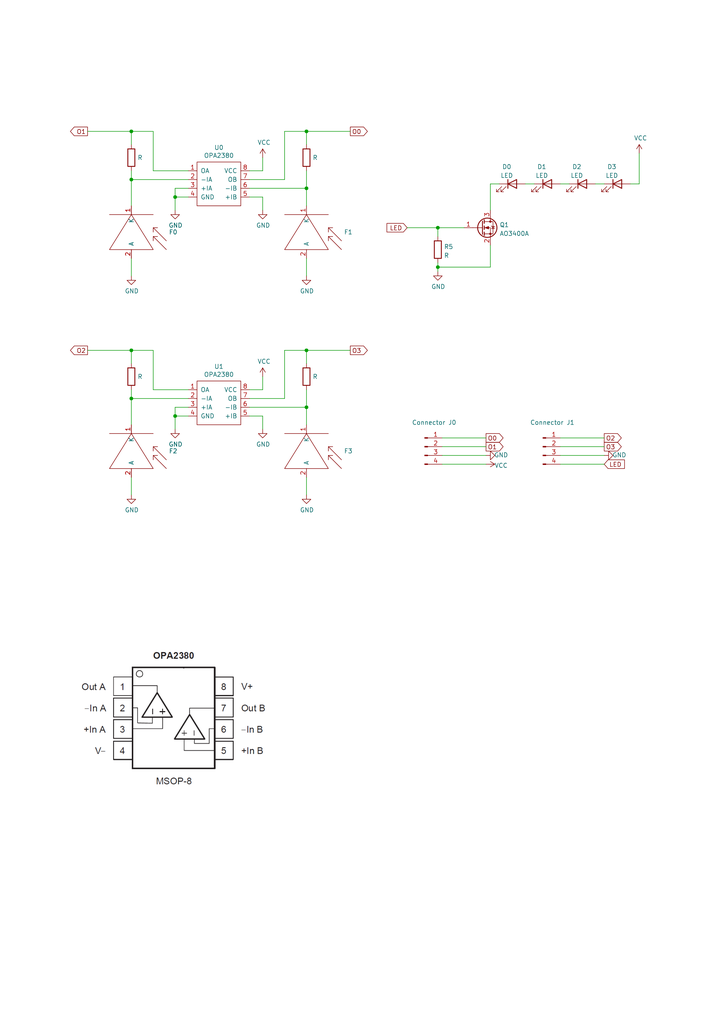
<source format=kicad_sch>
(kicad_sch (version 20211123) (generator eeschema)
  (paper "A4" portrait)
  (title_block (title "Helios - Circuito Sensorizado") (date "2022-07-25") (rev "1") (comment 1 "R = 2M") (comment 2 "VCC: 5V") (comment 3 "O0, O1, O2, O3: Salidas fotodiodos") (comment 4 "Autor: Jaime Bravo Algaba"))
  (lib_symbols
    (symbol "Connector:Conn_01x04_Male" (pin_names (offset 1.016) hide)
      (property "Reference" "J" (at 0 5.08 0))
      (property "Value" "Conn_01x04_Male" (at 0 -7.62 0))
      (symbol "Conn_01x04_Male_1_1"
        (polyline (pts (xy 1.27 -5.08) (xy 0.8636 -5.08)) (stroke (width 0.1524)))
        (polyline (pts (xy 1.27 -2.54) (xy 0.8636 -2.54)) (stroke (width 0.1524)))
        (polyline (pts (xy 1.27 0) (xy 0.8636 0)) (stroke (width 0.1524)))
        (polyline (pts (xy 1.27 2.54) (xy 0.8636 2.54)) (stroke (width 0.1524)))
        (rectangle (start 0.8636 -4.953) (end 0 -5.207) (stroke (width 0.1524)) (fill (type outline)))
        (rectangle (start 0.8636 -2.413) (end 0 -2.667) (stroke (width 0.1524)) (fill (type outline)))
        (rectangle (start 0.8636 0.127) (end 0 -0.127) (stroke (width 0.1524)) (fill (type outline)))
        (rectangle (start 0.8636 2.667) (end 0 2.413) (stroke (width 0.1524)) (fill (type outline)))
        (pin passive line (at 5.08 2.54 180) (length 3.81) (name "Pin_1") (number "1"))
        (pin passive line (at 5.08 0 180) (length 3.81) (name "Pin_2") (number "2"))
        (pin passive line (at 5.08 -2.54 180) (length 3.81) (name "Pin_3") (number "3"))
        (pin passive line (at 5.08 -5.08 180) (length 3.81) (name "Pin_4") (number "4"))
      )
    )
    (symbol "Device:LED" (pin_numbers hide) (pin_names (offset 1.016) hide)
      (property "Reference" "D" (at 0 2.54 0))
      (property "Value" "LED" (at 0 -2.54 0))
      (symbol "LED_0_1"
        (polyline (pts (xy -1.27 -1.27) (xy -1.27 1.27)) (stroke (width 0.254)))
        (polyline (pts (xy -1.27 0) (xy 1.27 0)))
        (polyline (pts (xy 1.27 -1.27) (xy 1.27 1.27) (xy -1.27 0) (xy 1.27 -1.27)) (stroke (width 0.254)))
        (polyline (pts (xy -3.048 -0.762) (xy -4.572 -2.286) (xy -3.81 -2.286) (xy -4.572 -2.286) (xy -4.572 -1.524)))
        (polyline (pts (xy -1.778 -0.762) (xy -3.302 -2.286) (xy -2.54 -2.286) (xy -3.302 -2.286) (xy -3.302 -1.524)))
      )
      (symbol "LED_1_1"
        (pin passive line (at -3.81 0 0) (length 2.54) (name "K") (number "1"))
        (pin passive line (at 3.81 0 180) (length 2.54) (name "A") (number "2"))
      )
    )
    (symbol "Device:R" (pin_numbers hide) (pin_names (offset 0))
      (property "Reference" "R" (at 2.032 0 90))
      (property "Value" "R" (at 0 0 90))
      (symbol "R_0_1"
        (rectangle (start -1.016 -2.54) (end 1.016 2.54) (stroke (width 0.254)))
      )
      (symbol "R_1_1"
        (pin passive line (at 0 3.81 270) (length 1.27) (name "~") (number "1"))
        (pin passive line (at 0 -3.81 90) (length 1.27) (name "~") (number "2"))
      )
    )
    (symbol "Helios:OPA2380" (pin_names (offset 1.016))
      (property "Reference" "U" (at 0 0 0))
      (property "Value" "OPA2380" (at 0 7.62 0))
      (symbol "OPA2380_0_1"
        (rectangle (start -6.35 -6.35) (end 6.35 6.35))
      )
      (symbol "OPA2380_1_1"
        (pin output line (at -8.89 3.81 0) (length 2.54) (name "OA") (number "1"))
        (pin input line (at -8.89 1.27 0) (length 2.54) (name "-IA") (number "2"))
        (pin input line (at -8.89 -1.27 0) (length 2.54) (name "+IA") (number "3"))
        (pin power_out line (at -8.89 -3.81 0) (length 2.54) (name "GND") (number "4"))
        (pin input line (at 8.89 -3.81 180) (length 2.54) (name "+IB") (number "5"))
        (pin input line (at 8.89 -1.27 180) (length 2.54) (name "-IB") (number "6"))
        (pin output line (at 8.89 1.27 180) (length 2.54) (name "OB") (number "7"))
        (pin power_in line (at 8.89 3.81 180) (length 2.54) (name "VCC") (number "8"))
      )
    )
    (symbol "Helios:SFH2704" (pin_names (offset 1.016))
      (property "Reference" "F" (at 0 0 0))
      (property "Value" "SFH2704" (at 0 12.7 0))
      (symbol "SFH2704_0_1"
        (polyline (pts (xy -5.08 6.35) (xy -5.08 -6.35)))
        (polyline (pts (xy -1.27 6.35) (xy 0 6.35)))
        (polyline (pts (xy 1.27 6.35) (xy 5.08 10.16)))
        (polyline (pts (xy 1.27 7.62) (xy 1.27 6.35) (xy 2.54 6.35)))
        (polyline (pts (xy -5.08 0) (xy 5.08 6.35) (xy 5.08 -6.35) (xy -5.08 0)))
        (polyline (pts (xy 2.54 10.16) (xy -1.27 6.35) (xy -1.27 7.62) (xy -1.27 6.35)))
      )
      (symbol "SFH2704_1_1"
        (pin output line (at -7.62 0 0) (length 2.54) (name "K") (number "1"))
        (pin input line (at 7.62 0 180) (length 2.54) (name "A") (number "2"))
      )
    )
    (symbol "Transistor_FET:AO3400A" (pin_names hide)
      (property "Reference" "Q" (at 5.08 1.905 0))
      (property "Value" "AO3400A" (at 5.08 0 0))
      (symbol "AO3400A_0_1"
        (polyline (pts (xy 0.254 0) (xy -2.54 0)))
        (polyline (pts (xy 0.254 1.905) (xy 0.254 -1.905)) (stroke (width 0.254)))
        (polyline (pts (xy 0.762 -1.27) (xy 0.762 -2.286)) (stroke (width 0.254)))
        (polyline (pts (xy 0.762 0.508) (xy 0.762 -0.508)) (stroke (width 0.254)))
        (polyline (pts (xy 0.762 2.286) (xy 0.762 1.27)) (stroke (width 0.254)))
        (polyline (pts (xy 2.54 2.54) (xy 2.54 1.778)))
        (polyline (pts (xy 2.54 -2.54) (xy 2.54 0) (xy 0.762 0)))
        (polyline (pts (xy 0.762 -1.778) (xy 3.302 -1.778) (xy 3.302 1.778) (xy 0.762 1.778)))
        (polyline (pts (xy 1.016 0) (xy 2.032 0.381) (xy 2.032 -0.381) (xy 1.016 0)) (fill (type outline)))
        (polyline (pts (xy 2.794 0.508) (xy 2.921 0.381) (xy 3.683 0.381) (xy 3.81 0.254)))
        (polyline (pts (xy 3.302 0.381) (xy 2.921 -0.254) (xy 3.683 -0.254) (xy 3.302 0.381)))
        (circle (center 1.651 0) (radius 2.794) (stroke (width 0.254)))
        (circle (center 2.54 -1.778) (radius 0.254) (fill (type outline)))
        (circle (center 2.54 1.778) (radius 0.254) (fill (type outline)))
      )
      (symbol "AO3400A_1_1"
        (pin input line (at -5.08 0 0) (length 2.54) (name "G") (number "1"))
        (pin passive line (at 2.54 -5.08 90) (length 2.54) (name "S") (number "2"))
        (pin passive line (at 2.54 5.08 270) (length 2.54) (name "D") (number "3"))
      )
    )
    (symbol "power:GND" (power) (pin_names (offset 0))
      (property "Value" "GND" (at 0 -3.81 0))
      (symbol "GND_0_1"
        (polyline (pts (xy 0 0) (xy 0 -1.27) (xy 1.27 -1.27) (xy 0 -2.54) (xy -1.27 -1.27) (xy 0 -1.27)))
      )
      (symbol "GND_1_1"
        (pin power_in line (at 0 0 270) (length 0) hide (name "GND") (number "1"))
      )
    )
    (symbol "power:VCC" (power) (pin_names (offset 0))
      (property "Value" "VCC" (at 0 3.81 0))
      (symbol "VCC_0_1"
        (polyline (pts (xy -0.762 1.27) (xy 0 2.54)))
        (polyline (pts (xy 0 0) (xy 0 2.54)))
        (polyline (pts (xy 0 2.54) (xy 0.762 1.27)))
      )
      (symbol "VCC_1_1"
        (pin power_in line (at 0 0 90) (length 0) hide (name "VCC") (number "1"))
      )
    )
  )
  (junction (at 127 77.47))
  (junction (at 38.1 115.57))
  (junction (at 88.9 101.6))
  (junction (at 127 66.04))
  (junction (at 88.9 54.61))
  (junction (at 50.8 57.15))
  (junction (at 38.1 101.6))
  (junction (at 50.8 120.65))
  (junction (at 88.9 38.1))
  (junction (at 38.1 52.07))
  (junction (at 38.1 38.1))
  (junction (at 88.9 118.11))
  (wire (pts (xy 54.61 57.15) (xy 50.8 57.15)))
  (wire (pts (xy 175.26 129.54) (xy 162.56 129.54)))
  (wire (pts (xy 72.39 118.11) (xy 88.9 118.11)))
  (wire (pts (xy 185.42 44.45) (xy 185.42 53.34)))
  (wire (pts (xy 38.1 101.6) (xy 44.45 101.6)))
  (wire (pts (xy 54.61 118.11) (xy 50.8 118.11)))
  (wire (pts (xy 38.1 38.1) (xy 44.45 38.1)))
  (wire (pts (xy 54.61 54.61) (xy 50.8 54.61)))
  (wire (pts (xy 54.61 120.65) (xy 50.8 120.65)))
  (wire (pts (xy 54.61 52.07) (xy 38.1 52.07)))
  (wire (pts (xy 127 76.2) (xy 127 77.47)))
  (wire (pts (xy 44.45 113.03) (xy 54.61 113.03)))
  (wire (pts (xy 140.97 129.54) (xy 128.27 129.54)))
  (wire (pts (xy 88.9 118.11) (xy 88.9 123.19)))
  (wire (pts (xy 38.1 49.53) (xy 38.1 52.07)))
  (wire (pts (xy 44.45 38.1) (xy 44.45 49.53)))
  (wire (pts (xy 142.24 53.34) (xy 142.24 60.96)))
  (wire (pts (xy 142.24 71.12) (xy 142.24 77.47)))
  (wire (pts (xy 25.4 38.1) (xy 38.1 38.1)))
  (wire (pts (xy 101.6 101.6) (xy 88.9 101.6)))
  (wire (pts (xy 38.1 113.03) (xy 38.1 115.57)))
  (wire (pts (xy 38.1 41.91) (xy 38.1 38.1)))
  (wire (pts (xy 76.2 57.15) (xy 72.39 57.15)))
  (wire (pts (xy 175.26 134.62) (xy 162.56 134.62)))
  (wire (pts (xy 175.26 132.08) (xy 162.56 132.08)))
  (wire (pts (xy 76.2 120.65) (xy 72.39 120.65)))
  (wire (pts (xy 44.45 49.53) (xy 54.61 49.53)))
  (wire (pts (xy 72.39 113.03) (xy 76.2 113.03)))
  (wire (pts (xy 144.78 53.34) (xy 142.24 53.34)))
  (wire (pts (xy 50.8 54.61) (xy 50.8 57.15)))
  (wire (pts (xy 152.4 53.34) (xy 154.94 53.34)))
  (wire (pts (xy 82.55 101.6) (xy 82.55 115.57)))
  (wire (pts (xy 25.4 101.6) (xy 38.1 101.6)))
  (wire (pts (xy 88.9 105.41) (xy 88.9 101.6)))
  (wire (pts (xy 140.97 132.08) (xy 128.27 132.08)))
  (wire (pts (xy 38.1 115.57) (xy 38.1 123.19)))
  (wire (pts (xy 162.56 53.34) (xy 165.1 53.34)))
  (wire (pts (xy 88.9 101.6) (xy 82.55 101.6)))
  (wire (pts (xy 140.97 127) (xy 128.27 127)))
  (wire (pts (xy 72.39 49.53) (xy 76.2 49.53)))
  (wire (pts (xy 44.45 101.6) (xy 44.45 113.03)))
  (wire (pts (xy 127 66.04) (xy 127 68.58)))
  (wire (pts (xy 38.1 105.41) (xy 38.1 101.6)))
  (wire (pts (xy 88.9 54.61) (xy 88.9 49.53)))
  (wire (pts (xy 88.9 118.11) (xy 88.9 113.03)))
  (wire (pts (xy 175.26 127) (xy 162.56 127)))
  (wire (pts (xy 76.2 113.03) (xy 76.2 109.22)))
  (wire (pts (xy 127 77.47) (xy 127 78.74)))
  (wire (pts (xy 38.1 52.07) (xy 38.1 59.69)))
  (wire (pts (xy 50.8 57.15) (xy 50.8 60.96)))
  (wire (pts (xy 38.1 74.93) (xy 38.1 80.01)))
  (wire (pts (xy 185.42 53.34) (xy 182.88 53.34)))
  (wire (pts (xy 82.55 115.57) (xy 72.39 115.57)))
  (wire (pts (xy 101.6 38.1) (xy 88.9 38.1)))
  (wire (pts (xy 88.9 138.43) (xy 88.9 143.51)))
  (wire (pts (xy 82.55 52.07) (xy 72.39 52.07)))
  (wire (pts (xy 118.11 66.04) (xy 127 66.04)))
  (wire (pts (xy 54.61 115.57) (xy 38.1 115.57)))
  (wire (pts (xy 134.62 66.04) (xy 127 66.04)))
  (wire (pts (xy 88.9 74.93) (xy 88.9 80.01)))
  (wire (pts (xy 172.72 53.34) (xy 175.26 53.34)))
  (wire (pts (xy 76.2 124.46) (xy 76.2 120.65)))
  (wire (pts (xy 140.97 134.62) (xy 128.27 134.62)))
  (wire (pts (xy 88.9 41.91) (xy 88.9 38.1)))
  (wire (pts (xy 72.39 54.61) (xy 88.9 54.61)))
  (wire (pts (xy 50.8 120.65) (xy 50.8 124.46)))
  (wire (pts (xy 76.2 49.53) (xy 76.2 45.72)))
  (wire (pts (xy 76.2 60.96) (xy 76.2 57.15)))
  (wire (pts (xy 88.9 38.1) (xy 82.55 38.1)))
  (wire (pts (xy 82.55 38.1) (xy 82.55 52.07)))
  (wire (pts (xy 142.24 77.47) (xy 127 77.47)))
  (wire (pts (xy 50.8 118.11) (xy 50.8 120.65)))
  (wire (pts (xy 88.9 54.61) (xy 88.9 59.69)))
  (wire (pts (xy 38.1 138.43) (xy 38.1 143.51)))
  (image (at 50.8 208.28))
  (global_label "O2" (shape output) (at 25.4 101.6 180) (property "Intersheet References" "${INTERSHEET_REFS}" (effects hide)))
  (global_label "O3" (shape output) (at 101.6 101.6 0) (property "Intersheet References" "${INTERSHEET_REFS}" (effects hide)))
  (global_label "O3" (shape output) (at 175.26 129.54 0) (property "Intersheet References" "${INTERSHEET_REFS}" (effects hide)))
  (global_label "O1" (shape output) (at 140.97 129.54 0) (property "Intersheet References" "${INTERSHEET_REFS}" (effects hide)))
  (global_label "LED" (shape input) (at 118.11 66.04 180) (property "Intersheet References" "${INTERSHEET_REFS}" (effects hide)))
  (global_label "LED" (shape input) (at 175.26 134.62 0) (property "Intersheet References" "${INTERSHEET_REFS}" (effects hide)))
  (global_label "O0" (shape output) (at 140.97 127 0) (property "Intersheet References" "${INTERSHEET_REFS}" (effects hide)))
  (global_label "O2" (shape output) (at 175.26 127 0) (property "Intersheet References" "${INTERSHEET_REFS}" (effects hide)))
  (global_label "O0" (shape output) (at 101.6 38.1 0) (property "Intersheet References" "${INTERSHEET_REFS}" (effects hide)))
  (global_label "O1" (shape output) (at 25.4 38.1 180) (property "Intersheet References" "${INTERSHEET_REFS}" (effects hide)))
  (symbol (lib_id "Helios:SFH2704") (at 38.1 130.81 270) (unit 1)
    (property "Reference" "F2" (at 48.9712 130.81 90) (effects (justify left)))
    (property "Value" "SFH2704" (effects hide))
    (property "Footprint" "Helios:SFH2704_Photodiode" (effects hide))
    (property "Datasheet" "2704_Photodiode.pdf" (effects hide))
  )
  (symbol (lib_id "Helios:SFH2704") (at 88.9 130.81 270) (unit 1)
    (property "Reference" "F3" (at 99.7712 130.81 90) (effects (justify left)))
    (property "Value" "SFH2704" (effects hide))
    (property "Footprint" "Helios:SFH2704_Photodiode" (effects hide))
    (property "Datasheet" "2704_Photodiode.pdf" (effects hide))
  )
  (symbol (lib_id "Helios:OPA2380") (at 63.5 116.84 0) (unit 1)
    (property "Reference" "U1" (at 63.5 106.299 0))
    (property "Value" "OPA2380" (at 63.5 108.6104 0))
    (property "Footprint" "Helios:OPA2380" (effects hide))
    (property "Datasheet" "$(KICAD_DATASHEET_DIR)/opa2380.pdf" (effects hide))
  )
  (symbol (lib_id "Connector:Conn_01x04_Male") (at 123.19 129.54 0) (unit 1)
    (property "Reference" "J0" (effects hide))
    (property "Value" "Connector J0" (at 125.9332 122.5296 0))
    (property "Footprint" "Connector_PinHeader_2.00mm:PinHeader_1x04_P2.00mm_Vertical" (effects hide))
  )
  (symbol (lib_id "power:GND") (at 50.8 124.46 0) (unit 1)
    (property "Reference" "#PWR0102" (effects hide))
    (property "Value" "GND" (at 50.927 128.8542 0))
  )
  (symbol (lib_id "power:VCC") (at 76.2 109.22 0) (unit 1)
    (property "Reference" "#PWR0101" (effects hide))
    (property "Value" "VCC" (at 76.581 104.8258 0))
  )
  (symbol (lib_id "power:GND") (at 140.97 132.08 90) (unit 1)
    (property "Reference" "#PWR0111" (effects hide))
    (property "Value" "GND" (at 145.3642 131.953 90))
  )
  (symbol (lib_id "power:GND") (at 76.2 124.46 0) (unit 1)
    (property "Reference" "#PWR0103" (effects hide))
    (property "Value" "GND" (at 76.327 128.8542 0))
  )
  (symbol (lib_id "power:GND") (at 88.9 143.51 0) (unit 1)
    (property "Reference" "#PWR0104" (effects hide))
    (property "Value" "GND" (at 89.027 147.9042 0))
  )
  (symbol (lib_id "power:GND") (at 38.1 143.51 0) (unit 1)
    (property "Reference" "#PWR0105" (effects hide))
    (property "Value" "GND" (at 38.227 147.9042 0))
  )
  (symbol (lib_id "Device:R") (at 38.1 109.22 0) (unit 1)
    (property "Reference" "R2" (effects hide))
    (property "Value" "R" (at 39.878 109.22 0) (effects (justify left)))
    (property "Footprint" "Helios:RS_0805" (effects hide))
    (property "Datasheet" "$(KICAD_DATASHEET_DIR)/2M2_Resistance.pdf" (effects hide))
  )
  (symbol (lib_id "power:VCC") (at 140.97 134.62 270) (unit 1)
    (property "Reference" "#PWR0112" (effects hide))
    (property "Value" "VCC" (at 145.3642 135.001 90))
  )
  (symbol (lib_id "Device:R") (at 88.9 109.22 0) (unit 1)
    (property "Reference" "R3" (effects hide))
    (property "Value" "R" (at 90.678 109.22 0) (effects (justify left)))
    (property "Footprint" "Helios:RS_0805" (effects hide))
    (property "Datasheet" "$(KICAD_DATASHEET_DIR)/2M2_Resistance.pdf" (effects hide))
  )
  (symbol (lib_id "Connector:Conn_01x04_Male") (at 157.48 129.54 0) (unit 1)
    (property "Reference" "J1" (effects hide))
    (property "Value" "Connector J1" (at 160.2232 122.5296 0))
    (property "Footprint" "Connector_PinHeader_2.00mm:PinHeader_1x04_P2.00mm_Vertical" (effects hide))
  )
  (symbol (lib_id "power:GND") (at 175.26 132.08 90) (unit 1)
    (property "Reference" "#PWR0113" (effects hide))
    (property "Value" "GND" (at 179.6542 131.953 90))
  )
  (symbol (lib_id "Helios:SFH2704") (at 88.9 67.31 270) (unit 1)
    (property "Reference" "F1" (at 99.7712 67.31 90) (effects (justify left)))
    (property "Value" "SFH2704" (effects hide))
    (property "Footprint" "Helios:SFH2704_Photodiode" (effects hide))
    (property "Datasheet" "$(KICAD_DATASHEET_DIR)/SFH 2704_Photodiode.pdf" (effects hide))
  )
  (symbol (lib_id "Helios:OPA2380") (at 63.5 53.34 0) (unit 1)
    (property "Reference" "U0" (at 63.5 42.799 0))
    (property "Value" "OPA2380" (at 63.5 45.1104 0))
    (property "Footprint" "Helios:OPA2380" (effects hide))
    (property "Datasheet" "$(KICAD_DATASHEET_DIR)/opa2380.pdf" (effects hide))
  )
  (symbol (lib_id "power:VCC") (at 76.2 45.72 0) (unit 1)
    (property "Reference" "#PWR0106" (effects hide))
    (property "Value" "VCC" (at 76.581 41.3258 0))
  )
  (symbol (lib_id "power:GND") (at 50.8 60.96 0) (unit 1)
    (property "Reference" "#PWR0107" (effects hide))
    (property "Value" "GND" (at 50.927 65.3542 0))
  )
  (symbol (lib_id "power:GND") (at 76.2 60.96 0) (unit 1)
    (property "Reference" "#PWR0108" (effects hide))
    (property "Value" "GND" (at 76.327 65.3542 0))
  )
  (symbol (lib_id "power:GND") (at 88.9 80.01 0) (unit 1)
    (property "Reference" "#PWR0109" (effects hide))
    (property "Value" "GND" (at 89.027 84.4042 0))
  )
  (symbol (lib_id "power:GND") (at 38.1 80.01 0) (unit 1)
    (property "Reference" "#PWR0110" (effects hide))
    (property "Value" "GND" (at 38.227 84.4042 0))
  )
  (symbol (lib_id "Device:R") (at 38.1 45.72 0) (unit 1)
    (property "Reference" "R0" (effects hide))
    (property "Value" "R" (at 39.878 45.72 0) (effects (justify left)))
    (property "Footprint" "Helios:RS_0805" (effects hide))
    (property "Datasheet" "$(KICAD_DATASHEET_DIR)/2M2_Resistance.pdf" (effects hide))
  )
  (symbol (lib_id "Device:R") (at 88.9 45.72 0) (unit 1)
    (property "Reference" "R1" (effects hide))
    (property "Value" "R" (at 90.678 45.72 0) (effects (justify left)))
    (property "Footprint" "Helios:RS_0805" (effects hide))
    (property "Datasheet" "$(KICAD_DATASHEET_DIR)/2M2_Resistance.pdf" (effects hide))
  )
  (symbol (lib_id "Helios:SFH2704") (at 38.1 67.31 270) (unit 1)
    (property "Reference" "F0" (at 48.9712 67.31 90) (effects (justify left)))
    (property "Value" "SFH2704" (effects hide))
    (property "Footprint" "Helios:SFH2704_Photodiode" (effects hide))
    (property "Datasheet" "2704_Photodiode.pdf" (effects hide))
  )
  (symbol (lib_id "Device:LED") (at 158.75 53.34 0) (unit 1)
    (property "Reference" "D1" (at 157.1625 48.3702 0))
    (property "Value" "LED" (at 157.1625 50.9071 0))
    (property "Footprint" "LED_SMD:LED_PLCC-2" (effects hide))
  )
  (symbol (lib_id "Device:LED") (at 168.91 53.34 0) (unit 1)
    (property "Reference" "D2" (at 167.3225 48.3702 0))
    (property "Value" "LED" (at 167.3225 50.9071 0))
    (property "Footprint" "LED_SMD:LED_PLCC-2" (effects hide))
  )
  (symbol (lib_id "Device:R") (at 127 72.39 0) (unit 1)
    (property "Reference" "R5" (at 128.778 71.5553 0) (effects (justify left)))
    (property "Value" "R" (at 128.778 74.0922 0) (effects (justify left)))
    (property "Footprint" "Helios:RS_0805" (effects hide))
  )
  (symbol (lib_id "Transistor_FET:AO3400A") (at 139.7 66.04 0) (unit 1)
    (property "Reference" "Q1" (at 144.907 65.2053 0) (effects (justify left)))
    (property "Value" "AO3400A" (at 144.907 67.7422 0) (effects (justify left)))
    (property "Footprint" "Package_TO_SOT_SMD:SOT-23" (effects hide))
    (property "Datasheet" "http://www.aosmd.com/pdfs/datasheet/AO3400A.pdf" (effects hide))
  )
  (symbol (lib_id "Device:LED") (at 179.07 53.34 0) (unit 1)
    (property "Reference" "D3" (at 177.4825 48.3702 0))
    (property "Value" "LED" (at 177.4825 50.9071 0))
    (property "Footprint" "LED_SMD:LED_PLCC-2" (effects hide))
  )
  (symbol (lib_id "Device:LED") (at 148.59 53.34 0) (unit 1)
    (property "Reference" "D0" (at 147.0025 48.3702 0))
    (property "Value" "LED" (at 147.0025 50.9071 0))
    (property "Footprint" "LED_SMD:LED_PLCC-2" (effects hide))
  )
  (symbol (lib_id "power:VCC") (at 185.42 44.45 0) (unit 1)
    (property "Reference" "#PWR0115" (effects hide))
    (property "Value" "VCC" (at 185.801 40.0558 0))
  )
  (symbol (lib_id "power:GND") (at 127 78.74 0) (unit 1)
    (property "Reference" "#PWR0114" (effects hide))
    (property "Value" "GND" (at 127.127 83.1342 0))
  )
)
</source>
